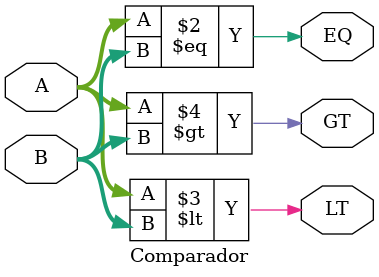
<source format=sv>
`timescale 1ns / 1ps


module Comparador #(parameter N = 9)(
    input logic [N-1:0] A,
    input logic [N-1:0] B,
    output logic EQ,
    output logic LT,
    output logic GT
);
    always_comb begin
        EQ = (A == B);
        LT = (A < B);
        GT = (A > B);
    end
endmodule
</source>
